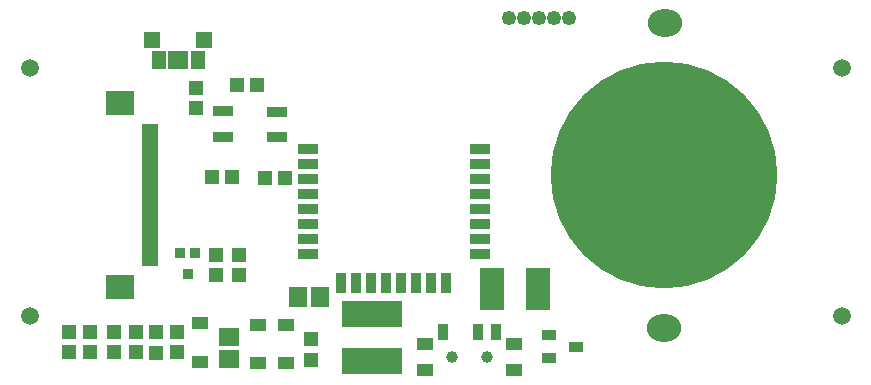
<source format=gbr>
G04 DipTrace 3.2.0.1*
G04 TopMask.gbr*
%MOIN*%
G04 #@! TF.FileFunction,Soldermask,Top*
G04 #@! TF.Part,Single*
%AMOUTLINE1*
4,1,16,
-0.012179,0.045296,
-0.031431,0.040935,
-0.047241,0.028371,
-0.056033,0.010191,
-0.056067,-0.010003,
-0.047336,-0.028213,
-0.031568,-0.040831,
-0.012331,-0.045255,
0.012179,-0.045296,
0.031431,-0.040935,
0.047241,-0.028371,
0.056033,-0.010191,
0.056067,0.010003,
0.047336,0.028213,
0.031568,0.040831,
0.012331,0.045255,
-0.012179,0.045296,
0*%
%AMOUTLINE4*
4,1,4,
-0.033509,-0.017633,
0.033419,-0.017801,
0.033509,0.017633,
-0.033419,0.017801,
-0.033509,-0.017633,
0*%
%ADD17C,0.03937*%
%ADD53C,0.059055*%
%ADD60R,0.035433X0.057087*%
%ADD62R,0.055118X0.03937*%
%ADD64R,0.055906X0.044094*%
%ADD66R,0.032362X0.033386*%
%ADD68R,0.094488X0.07874*%
%ADD70R,0.057087X0.019685*%
%ADD72R,0.051181X0.062992*%
%ADD74R,0.066929X0.062992*%
%ADD75R,0.051181X0.047244*%
%ADD76R,0.055118X0.055118*%
%ADD78C,0.049213*%
%ADD80C,0.755906*%
%ADD82R,0.066929X0.035433*%
%ADD84R,0.035433X0.066929*%
%ADD86R,0.049213X0.033465*%
%ADD88R,0.204724X0.086614*%
%ADD90R,0.066929X0.059055*%
%ADD92R,0.059055X0.066929*%
%ADD94R,0.082677X0.141732*%
%ADD97R,0.047244X0.051181*%
%ADD102OUTLINE1*%
%ADD105OUTLINE4*%
%FSLAX26Y26*%
G04*
G70*
G90*
G75*
G01*
G04 TopMask*
%LPD*%
D97*
X-798354Y278971D3*
Y345900D3*
D75*
X-745210Y49992D3*
X-678281D3*
D94*
X187190Y-321467D3*
X340734D3*
D92*
X-460022Y-348621D3*
X-385219D3*
D97*
X-1072888Y-533421D3*
Y-466492D3*
X-1152707Y-533627D3*
Y-466698D3*
X-1000828Y-533598D3*
Y-466669D3*
X-864114Y-534042D3*
Y-467113D3*
X-1222837Y-534219D3*
Y-467290D3*
X-932310Y-534513D3*
Y-467584D3*
D90*
X-690243Y-556858D3*
Y-482055D3*
D97*
X-416146Y-557782D3*
Y-490853D3*
D53*
X-1354094Y414291D3*
X1354094D3*
X-1354094Y-414291D3*
X1354094D3*
D88*
X-214062Y-406294D3*
Y-563774D3*
D86*
X376420Y-477345D3*
Y-552148D3*
X466971Y-514747D3*
D75*
X-664227Y358416D3*
X-597298D3*
D97*
X-654951Y-276941D3*
Y-210012D3*
X-732818Y-277647D3*
Y-210718D3*
D75*
X-501415Y48458D3*
X-568344D3*
D84*
X-314675Y-301703D3*
X-264675D3*
X-214675D3*
X-164675D3*
X-114675D3*
X-64675D3*
X-14675D3*
X35325D3*
D82*
X145562Y-204853D3*
Y-154853D3*
Y-104853D3*
Y-54853D3*
Y-4853D3*
Y45147D3*
Y95147D3*
Y145147D3*
X-425304Y-204853D3*
Y-154853D3*
Y-104853D3*
Y-54853D3*
Y-4853D3*
Y45147D3*
Y95147D3*
Y145147D3*
D102*
X760885Y-451619D3*
X762585Y564126D3*
D80*
X761735Y56253D3*
D78*
X344860Y580945D3*
X394860D3*
X294860D3*
X444860D3*
X295349Y580752D3*
X345349D3*
X245349D3*
X395349D3*
D76*
X-944882Y505906D3*
X-771654D3*
D74*
X-858268Y440945D3*
D72*
X-923228D3*
X-793307D3*
D70*
X-951772Y21260D3*
Y1575D3*
Y-18110D3*
Y-37795D3*
Y-57480D3*
Y-77165D3*
Y-96850D3*
Y-116535D3*
Y-136220D3*
Y-155906D3*
Y-175591D3*
Y-195276D3*
Y-214961D3*
Y-234646D3*
Y40945D3*
Y60630D3*
Y80315D3*
Y100000D3*
Y119685D3*
Y139370D3*
Y159055D3*
Y178740D3*
Y198425D3*
Y218110D3*
D68*
X-1051181Y298819D3*
Y-315354D3*
D105*
X-709566Y269282D3*
X-709778Y184636D3*
X-530432Y268836D3*
X-530644Y184190D3*
D66*
X-827488Y-272825D3*
X-801740Y-202353D3*
X-853236D3*
D64*
X-785051Y-566319D3*
Y-437364D3*
X-499500Y-441608D3*
Y-570563D3*
X-593748Y-441950D3*
Y-570906D3*
D62*
X-35471Y-592493D3*
Y-505879D3*
D60*
X23584Y-467493D3*
X141694D3*
X200749D3*
D62*
X259804Y-505879D3*
Y-592493D3*
D17*
X53112Y-549186D3*
X171222D3*
M02*

</source>
